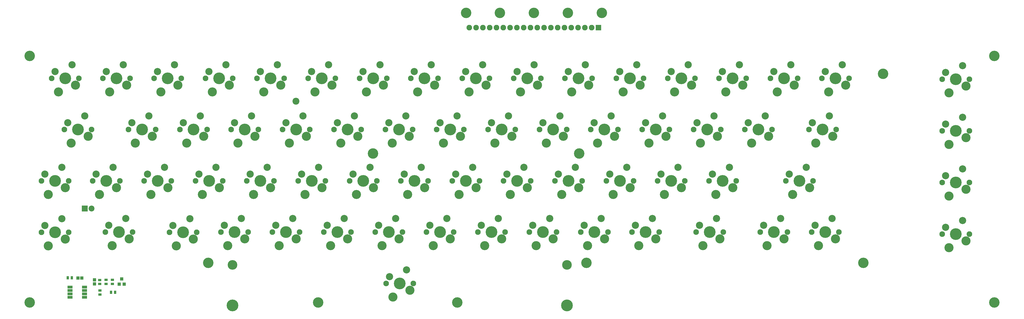
<source format=gbr>
G04 #@! TF.GenerationSoftware,KiCad,Pcbnew,(5.1.5)-2*
G04 #@! TF.CreationDate,2021-01-09T12:48:30+01:00*
G04 #@! TF.ProjectId,VIC20_kbd,56494332-305f-46b6-9264-2e6b69636164,2.0*
G04 #@! TF.SameCoordinates,Original*
G04 #@! TF.FileFunction,Soldermask,Top*
G04 #@! TF.FilePolarity,Negative*
%FSLAX46Y46*%
G04 Gerber Fmt 4.6, Leading zero omitted, Abs format (unit mm)*
G04 Created by KiCad (PCBNEW (5.1.5)-2) date 2021-01-09 12:48:30*
%MOMM*%
%LPD*%
G04 APERTURE LIST*
%ADD10R,0.900000X1.300000*%
%ADD11R,1.200000X1.150000*%
%ADD12R,1.150000X1.200000*%
%ADD13R,2.100000X2.100000*%
%ADD14O,2.100000X2.100000*%
%ADD15C,3.900000*%
%ADD16C,2.600000*%
%ADD17C,3.600000*%
%ADD18C,4.400000*%
%ADD19C,2.200000*%
%ADD20R,2.200000X2.200000*%
%ADD21R,1.200000X1.300000*%
%ADD22R,1.300000X0.900000*%
%ADD23R,1.950000X1.000000*%
%ADD24C,3.400000*%
%ADD25C,2.686000*%
%ADD26C,4.387800*%
%ADD27C,2.101800*%
G04 APERTURE END LIST*
D10*
X45590000Y-207450000D03*
X44090000Y-207450000D03*
D11*
X47880000Y-207500000D03*
X49380000Y-207500000D03*
D12*
X54090000Y-208210000D03*
X54090000Y-209710000D03*
D13*
X242370000Y-113860000D03*
D14*
X239830000Y-113860000D03*
X237290000Y-113860000D03*
X234750000Y-113860000D03*
X232210000Y-113860000D03*
X229670000Y-113860000D03*
X227130000Y-113860000D03*
X224590000Y-113860000D03*
X222050000Y-113860000D03*
X219510000Y-113860000D03*
X216970000Y-113860000D03*
X214430000Y-113860000D03*
X211890000Y-113860000D03*
X209350000Y-113860000D03*
X206810000Y-113860000D03*
X204270000Y-113860000D03*
X201730000Y-113860000D03*
X199190000Y-113860000D03*
X196650000Y-113860000D03*
X194110000Y-113860000D03*
D15*
X192960000Y-108340000D03*
X205540000Y-108340000D03*
X218240000Y-108340000D03*
X230940000Y-108340000D03*
X243620000Y-108340000D03*
X390320000Y-124420000D03*
X390320000Y-216680000D03*
X237920000Y-201830000D03*
X96610000Y-201820000D03*
X29840000Y-216680000D03*
X29840000Y-124420000D03*
X348750000Y-131180000D03*
D16*
X129380000Y-141410000D03*
D15*
X235160000Y-160940000D03*
X158180000Y-160940000D03*
X137680000Y-216680000D03*
X189650000Y-216680000D03*
X341370000Y-201820000D03*
D17*
X105610000Y-202570000D03*
X230610000Y-202570000D03*
D18*
X230610000Y-217800000D03*
X105610000Y-217800000D03*
D19*
X53010000Y-181490000D03*
D20*
X50470000Y-181490000D03*
D21*
X64250000Y-207820000D03*
X65200000Y-209820000D03*
X63300000Y-209820000D03*
D22*
X58410000Y-208210000D03*
X58410000Y-209710000D03*
D10*
X60280000Y-212870000D03*
X61780000Y-212870000D03*
D22*
X60800000Y-209710000D03*
X60800000Y-208210000D03*
X56160000Y-212210000D03*
X56160000Y-213710000D03*
X56070000Y-209750000D03*
X56070000Y-208250000D03*
D23*
X44950000Y-214675000D03*
X44950000Y-213405000D03*
X44950000Y-212135000D03*
X44950000Y-210865000D03*
X50350000Y-210865000D03*
X50350000Y-212135000D03*
X50350000Y-213405000D03*
X50350000Y-214675000D03*
D24*
X59730000Y-137880000D03*
X66080000Y-135340000D03*
D25*
X64810000Y-127720000D03*
D26*
X62270000Y-132800000D03*
D25*
X58460000Y-130260000D03*
D27*
X67350000Y-132800000D03*
X57190000Y-132800000D03*
X95580000Y-132800000D03*
X105740000Y-132800000D03*
D25*
X96850000Y-130260000D03*
D26*
X100660000Y-132800000D03*
D25*
X103200000Y-127720000D03*
D24*
X104470000Y-135340000D03*
X98120000Y-137880000D03*
D27*
X133940000Y-132800000D03*
X144100000Y-132800000D03*
D25*
X135210000Y-130260000D03*
D26*
X139020000Y-132800000D03*
D25*
X141560000Y-127720000D03*
D24*
X142830000Y-135340000D03*
X136480000Y-137880000D03*
X174840000Y-137880000D03*
X181190000Y-135340000D03*
D25*
X179920000Y-127720000D03*
D26*
X177380000Y-132800000D03*
D25*
X173570000Y-130260000D03*
D27*
X182460000Y-132800000D03*
X172300000Y-132800000D03*
D24*
X213240000Y-137880000D03*
X219590000Y-135340000D03*
D25*
X218320000Y-127720000D03*
D26*
X215780000Y-132800000D03*
D25*
X211970000Y-130260000D03*
D27*
X220860000Y-132800000D03*
X210700000Y-132800000D03*
X249070000Y-132800000D03*
X259230000Y-132800000D03*
D25*
X250340000Y-130260000D03*
D26*
X254150000Y-132800000D03*
D25*
X256690000Y-127720000D03*
D24*
X257960000Y-135340000D03*
X251610000Y-137880000D03*
D27*
X287450000Y-132800000D03*
X297610000Y-132800000D03*
D25*
X288720000Y-130260000D03*
D26*
X292530000Y-132800000D03*
D25*
X295070000Y-127720000D03*
D24*
X296340000Y-135340000D03*
X289990000Y-137880000D03*
X328370000Y-137880000D03*
X334720000Y-135340000D03*
D25*
X333450000Y-127720000D03*
D26*
X330910000Y-132800000D03*
D25*
X327100000Y-130260000D03*
D27*
X335990000Y-132800000D03*
X325830000Y-132800000D03*
X38050000Y-132800000D03*
X48210000Y-132800000D03*
D25*
X39320000Y-130260000D03*
D26*
X43130000Y-132800000D03*
D25*
X45670000Y-127720000D03*
D24*
X46940000Y-135340000D03*
X40590000Y-137880000D03*
D27*
X85980000Y-152000000D03*
X96140000Y-152000000D03*
D25*
X87250000Y-149460000D03*
D26*
X91060000Y-152000000D03*
D25*
X93600000Y-146920000D03*
D24*
X94870000Y-154540000D03*
X88520000Y-157080000D03*
D27*
X124380000Y-152000000D03*
X134540000Y-152000000D03*
D25*
X125650000Y-149460000D03*
D26*
X129460000Y-152000000D03*
D25*
X132000000Y-146920000D03*
D24*
X133270000Y-154540000D03*
X126920000Y-157080000D03*
X165310000Y-157080000D03*
X171660000Y-154540000D03*
D25*
X170390000Y-146920000D03*
D26*
X167850000Y-152000000D03*
D25*
X164040000Y-149460000D03*
D27*
X172930000Y-152000000D03*
X162770000Y-152000000D03*
D24*
X203670000Y-157080000D03*
X210020000Y-154540000D03*
D25*
X208750000Y-146920000D03*
D26*
X206210000Y-152000000D03*
D25*
X202400000Y-149460000D03*
D27*
X211290000Y-152000000D03*
X201130000Y-152000000D03*
X239540000Y-152000000D03*
X249700000Y-152000000D03*
D25*
X240810000Y-149460000D03*
D26*
X244620000Y-152000000D03*
D25*
X247160000Y-146920000D03*
D24*
X248430000Y-154540000D03*
X242080000Y-157080000D03*
D27*
X277950000Y-152010000D03*
X288110000Y-152010000D03*
D25*
X279220000Y-149470000D03*
D26*
X283030000Y-152010000D03*
D25*
X285570000Y-146930000D03*
D24*
X286840000Y-154550000D03*
X280490000Y-157090000D03*
X314950000Y-176240000D03*
X321300000Y-173700000D03*
D25*
X320030000Y-166080000D03*
D26*
X317490000Y-171160000D03*
D25*
X313680000Y-168620000D03*
D27*
X322570000Y-171160000D03*
X312410000Y-171160000D03*
X42820000Y-152000000D03*
X52980000Y-152000000D03*
D25*
X44090000Y-149460000D03*
D26*
X47900000Y-152000000D03*
D25*
X50440000Y-146920000D03*
D24*
X51710000Y-154540000D03*
X45360000Y-157080000D03*
D27*
X72650000Y-171180000D03*
X82810000Y-171180000D03*
D25*
X73920000Y-168640000D03*
D26*
X77730000Y-171180000D03*
D25*
X80270000Y-166100000D03*
D24*
X81540000Y-173720000D03*
X75190000Y-176260000D03*
X113550000Y-176240000D03*
X119900000Y-173700000D03*
D25*
X118630000Y-166080000D03*
D26*
X116090000Y-171160000D03*
D25*
X112280000Y-168620000D03*
D27*
X121170000Y-171160000D03*
X111010000Y-171160000D03*
X149400000Y-171160000D03*
X159560000Y-171160000D03*
D25*
X150670000Y-168620000D03*
D26*
X154480000Y-171160000D03*
D25*
X157020000Y-166080000D03*
D24*
X158290000Y-173700000D03*
X151940000Y-176240000D03*
D27*
X187780000Y-171160000D03*
X197940000Y-171160000D03*
D25*
X189050000Y-168620000D03*
D26*
X192860000Y-171160000D03*
D25*
X195400000Y-166080000D03*
D24*
X196670000Y-173700000D03*
X190320000Y-176240000D03*
X228690000Y-176240000D03*
X235040000Y-173700000D03*
D25*
X233770000Y-166080000D03*
D26*
X231230000Y-171160000D03*
D25*
X227420000Y-168620000D03*
D27*
X236310000Y-171160000D03*
X226150000Y-171160000D03*
D24*
X267050000Y-176240000D03*
X273400000Y-173700000D03*
D25*
X272130000Y-166080000D03*
D26*
X269590000Y-171160000D03*
D25*
X265780000Y-168620000D03*
D27*
X274670000Y-171160000D03*
X264510000Y-171160000D03*
X322030000Y-190370000D03*
X332190000Y-190370000D03*
D25*
X323300000Y-187830000D03*
D26*
X327110000Y-190370000D03*
D25*
X329650000Y-185290000D03*
D24*
X330920000Y-192910000D03*
X324570000Y-195450000D03*
X36790000Y-176260000D03*
X43140000Y-173720000D03*
D25*
X41870000Y-166100000D03*
D26*
X39330000Y-171180000D03*
D25*
X35520000Y-168640000D03*
D27*
X44410000Y-171180000D03*
X34250000Y-171180000D03*
D24*
X60730000Y-195450000D03*
X67080000Y-192910000D03*
D25*
X65810000Y-185290000D03*
D26*
X63270000Y-190370000D03*
D25*
X59460000Y-187830000D03*
D27*
X68350000Y-190370000D03*
X58190000Y-190370000D03*
X101350000Y-190370000D03*
X111510000Y-190370000D03*
D25*
X102620000Y-187830000D03*
D26*
X106430000Y-190370000D03*
D25*
X108970000Y-185290000D03*
D24*
X110240000Y-192910000D03*
X103890000Y-195450000D03*
D27*
X139760000Y-190370000D03*
X149920000Y-190370000D03*
D25*
X141030000Y-187830000D03*
D26*
X144840000Y-190370000D03*
D25*
X147380000Y-185290000D03*
D24*
X148650000Y-192910000D03*
X142300000Y-195450000D03*
X180700000Y-195450000D03*
X187050000Y-192910000D03*
D25*
X185780000Y-185290000D03*
D26*
X183240000Y-190370000D03*
D25*
X179430000Y-187830000D03*
D27*
X188320000Y-190370000D03*
X178160000Y-190370000D03*
D24*
X219100000Y-195450000D03*
X225450000Y-192910000D03*
D25*
X224180000Y-185290000D03*
D26*
X221640000Y-190370000D03*
D25*
X217830000Y-187830000D03*
D27*
X226720000Y-190370000D03*
X216560000Y-190370000D03*
D24*
X257490000Y-195450000D03*
X263840000Y-192910000D03*
D25*
X262570000Y-185290000D03*
D26*
X260030000Y-190370000D03*
D25*
X256220000Y-187830000D03*
D27*
X265110000Y-190370000D03*
X254950000Y-190370000D03*
X302850000Y-190370000D03*
X313010000Y-190370000D03*
D25*
X304120000Y-187830000D03*
D26*
X307930000Y-190370000D03*
D25*
X310470000Y-185290000D03*
D24*
X311740000Y-192910000D03*
X305390000Y-195450000D03*
X165570000Y-214640000D03*
X171920000Y-212100000D03*
D25*
X170650000Y-204480000D03*
D26*
X168110000Y-209560000D03*
D25*
X164300000Y-207020000D03*
D27*
X173190000Y-209560000D03*
X163030000Y-209560000D03*
D24*
X84680000Y-195460000D03*
X91030000Y-192920000D03*
D25*
X89760000Y-185300000D03*
D26*
X87220000Y-190380000D03*
D25*
X83410000Y-187840000D03*
D27*
X92300000Y-190380000D03*
X82140000Y-190380000D03*
X120550000Y-190370000D03*
X130710000Y-190370000D03*
D25*
X121820000Y-187830000D03*
D26*
X125630000Y-190370000D03*
D25*
X128170000Y-185290000D03*
D24*
X129440000Y-192910000D03*
X123090000Y-195450000D03*
X161490000Y-195450000D03*
X167840000Y-192910000D03*
D25*
X166570000Y-185290000D03*
D26*
X164030000Y-190370000D03*
D25*
X160220000Y-187830000D03*
D27*
X169110000Y-190370000D03*
X158950000Y-190370000D03*
X197360000Y-190370000D03*
X207520000Y-190370000D03*
D25*
X198630000Y-187830000D03*
D26*
X202440000Y-190370000D03*
D25*
X204980000Y-185290000D03*
D24*
X206250000Y-192910000D03*
X199900000Y-195450000D03*
D27*
X235760000Y-190370000D03*
X245920000Y-190370000D03*
D25*
X237030000Y-187830000D03*
D26*
X240840000Y-190370000D03*
D25*
X243380000Y-185290000D03*
D24*
X244650000Y-192910000D03*
X238300000Y-195450000D03*
X281440000Y-195450000D03*
X287790000Y-192910000D03*
D25*
X286520000Y-185290000D03*
D26*
X283980000Y-190370000D03*
D25*
X280170000Y-187830000D03*
D27*
X289060000Y-190370000D03*
X278900000Y-190370000D03*
X370830000Y-133210000D03*
X380990000Y-133210000D03*
D25*
X372100000Y-130670000D03*
D26*
X375910000Y-133210000D03*
D25*
X378450000Y-128130000D03*
D24*
X379720000Y-135750000D03*
X373370000Y-138290000D03*
X36780000Y-195460000D03*
X43130000Y-192920000D03*
D25*
X41860000Y-185300000D03*
D26*
X39320000Y-190380000D03*
D25*
X35510000Y-187840000D03*
D27*
X44400000Y-190380000D03*
X34240000Y-190380000D03*
D24*
X94390000Y-176240000D03*
X100740000Y-173700000D03*
D25*
X99470000Y-166080000D03*
D26*
X96930000Y-171160000D03*
D25*
X93120000Y-168620000D03*
D27*
X102010000Y-171160000D03*
X91850000Y-171160000D03*
X130200000Y-171160000D03*
X140360000Y-171160000D03*
D25*
X131470000Y-168620000D03*
D26*
X135280000Y-171160000D03*
D25*
X137820000Y-166080000D03*
D24*
X139090000Y-173700000D03*
X132740000Y-176240000D03*
X171120000Y-176240000D03*
X177470000Y-173700000D03*
D25*
X176200000Y-166080000D03*
D26*
X173660000Y-171160000D03*
D25*
X169850000Y-168620000D03*
D27*
X178740000Y-171160000D03*
X168580000Y-171160000D03*
X206940000Y-171160000D03*
X217100000Y-171160000D03*
D25*
X208210000Y-168620000D03*
D26*
X212020000Y-171160000D03*
D25*
X214560000Y-166080000D03*
D24*
X215830000Y-173700000D03*
X209480000Y-176240000D03*
X247850000Y-176240000D03*
X254200000Y-173700000D03*
D25*
X252930000Y-166080000D03*
D26*
X250390000Y-171160000D03*
D25*
X246580000Y-168620000D03*
D27*
X255470000Y-171160000D03*
X245310000Y-171160000D03*
D24*
X286240000Y-176260000D03*
X292590000Y-173720000D03*
D25*
X291320000Y-166100000D03*
D26*
X288780000Y-171180000D03*
D25*
X284970000Y-168640000D03*
D27*
X293860000Y-171180000D03*
X283700000Y-171180000D03*
X370830000Y-152490000D03*
X380990000Y-152490000D03*
D25*
X372100000Y-149950000D03*
D26*
X375910000Y-152490000D03*
D25*
X378450000Y-147410000D03*
D24*
X379720000Y-155030000D03*
X373370000Y-157570000D03*
X69320000Y-157080000D03*
X75670000Y-154540000D03*
D25*
X74400000Y-146920000D03*
D26*
X71860000Y-152000000D03*
D25*
X68050000Y-149460000D03*
D27*
X76940000Y-152000000D03*
X66780000Y-152000000D03*
D24*
X107720000Y-157080000D03*
X114070000Y-154540000D03*
D25*
X112800000Y-146920000D03*
D26*
X110260000Y-152000000D03*
D25*
X106450000Y-149460000D03*
D27*
X115340000Y-152000000D03*
X105180000Y-152000000D03*
X143570000Y-152000000D03*
X153730000Y-152000000D03*
D25*
X144840000Y-149460000D03*
D26*
X148650000Y-152000000D03*
D25*
X151190000Y-146920000D03*
D24*
X152460000Y-154540000D03*
X146110000Y-157080000D03*
D27*
X181950000Y-152000000D03*
X192110000Y-152000000D03*
D25*
X183220000Y-149460000D03*
D26*
X187030000Y-152000000D03*
D25*
X189570000Y-146920000D03*
D24*
X190840000Y-154540000D03*
X184490000Y-157080000D03*
X222880000Y-157080000D03*
X229230000Y-154540000D03*
D25*
X227960000Y-146920000D03*
D26*
X225420000Y-152000000D03*
D25*
X221610000Y-149460000D03*
D27*
X230500000Y-152000000D03*
X220340000Y-152000000D03*
X258740000Y-152000000D03*
X268900000Y-152000000D03*
D25*
X260010000Y-149460000D03*
D26*
X263820000Y-152000000D03*
D25*
X266360000Y-146920000D03*
D24*
X267630000Y-154540000D03*
X261280000Y-157080000D03*
D27*
X297090000Y-152010000D03*
X307250000Y-152010000D03*
D25*
X298360000Y-149470000D03*
D26*
X302170000Y-152010000D03*
D25*
X304710000Y-146930000D03*
D24*
X305980000Y-154550000D03*
X299630000Y-157090000D03*
X373370000Y-176880000D03*
X379720000Y-174340000D03*
D25*
X378450000Y-166720000D03*
D26*
X375910000Y-171800000D03*
D25*
X372100000Y-169260000D03*
D27*
X380990000Y-171800000D03*
X370830000Y-171800000D03*
X76380000Y-132800000D03*
X86540000Y-132800000D03*
D25*
X77650000Y-130260000D03*
D26*
X81460000Y-132800000D03*
D25*
X84000000Y-127720000D03*
D24*
X85270000Y-135340000D03*
X78920000Y-137880000D03*
D27*
X114750000Y-132800000D03*
X124910000Y-132800000D03*
D25*
X116020000Y-130260000D03*
D26*
X119830000Y-132800000D03*
D25*
X122370000Y-127720000D03*
D24*
X123640000Y-135340000D03*
X117290000Y-137880000D03*
X155670000Y-137880000D03*
X162020000Y-135340000D03*
D25*
X160750000Y-127720000D03*
D26*
X158210000Y-132800000D03*
D25*
X154400000Y-130260000D03*
D27*
X163290000Y-132800000D03*
X153130000Y-132800000D03*
D24*
X194040000Y-137880000D03*
X200390000Y-135340000D03*
D25*
X199120000Y-127720000D03*
D26*
X196580000Y-132800000D03*
D25*
X192770000Y-130260000D03*
D27*
X201660000Y-132800000D03*
X191500000Y-132800000D03*
D24*
X232410000Y-137880000D03*
X238760000Y-135340000D03*
D25*
X237490000Y-127720000D03*
D26*
X234950000Y-132800000D03*
D25*
X231140000Y-130260000D03*
D27*
X240030000Y-132800000D03*
X229870000Y-132800000D03*
X268260000Y-132800000D03*
X278420000Y-132800000D03*
D25*
X269530000Y-130260000D03*
D26*
X273340000Y-132800000D03*
D25*
X275880000Y-127720000D03*
D24*
X277150000Y-135340000D03*
X270800000Y-137880000D03*
D27*
X306640000Y-132800000D03*
X316800000Y-132800000D03*
D25*
X307910000Y-130260000D03*
D26*
X311720000Y-132800000D03*
D25*
X314260000Y-127720000D03*
D24*
X315530000Y-135340000D03*
X309180000Y-137880000D03*
X373370000Y-196160000D03*
X379720000Y-193620000D03*
D25*
X378450000Y-186000000D03*
D26*
X375910000Y-191080000D03*
D25*
X372100000Y-188540000D03*
D27*
X380990000Y-191080000D03*
X370830000Y-191080000D03*
X53450000Y-171160000D03*
X63610000Y-171160000D03*
D25*
X54720000Y-168620000D03*
D26*
X58530000Y-171160000D03*
D25*
X61070000Y-166080000D03*
D24*
X62340000Y-173700000D03*
X55990000Y-176240000D03*
X323600000Y-157080000D03*
X329950000Y-154540000D03*
D25*
X328680000Y-146920000D03*
D26*
X326140000Y-152000000D03*
D25*
X322330000Y-149460000D03*
D27*
X331220000Y-152000000D03*
X321060000Y-152000000D03*
M02*

</source>
